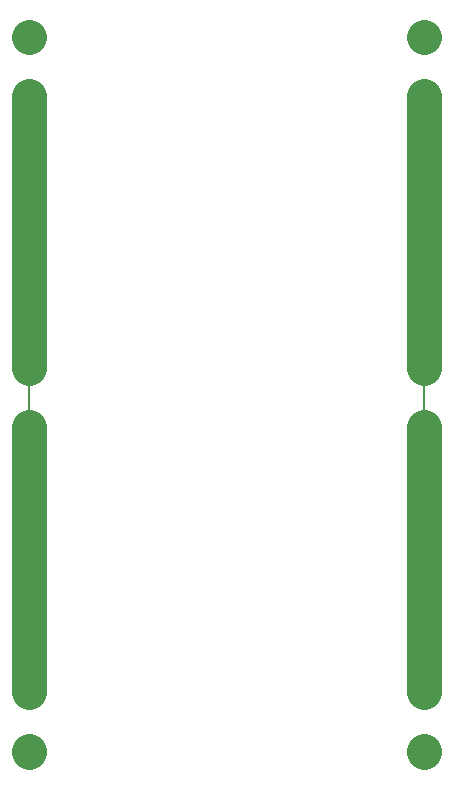
<source format=gbr>
G04 #@! TF.GenerationSoftware,KiCad,Pcbnew,5.1.6-c6e7f7d~87~ubuntu20.04.1*
G04 #@! TF.CreationDate,2020-11-03T14:00:41+02:00*
G04 #@! TF.ProjectId,temp_monitor,74656d70-5f6d-46f6-9e69-746f722e6b69,rev?*
G04 #@! TF.SameCoordinates,Original*
G04 #@! TF.FileFunction,Other,ECO1*
%FSLAX46Y46*%
G04 Gerber Fmt 4.6, Leading zero omitted, Abs format (unit mm)*
G04 Created by KiCad (PCBNEW 5.1.6-c6e7f7d~87~ubuntu20.04.1) date 2020-11-03 14:00:41*
%MOMM*%
%LPD*%
G01*
G04 APERTURE LIST*
%ADD10C,3.000000*%
%ADD11C,0.150000*%
G04 APERTURE END LIST*
D10*
X55000000Y-60000000D02*
X55000000Y-37000000D01*
D11*
X55000000Y-65000000D02*
X55000000Y-60000000D01*
D10*
X55000000Y-87500000D02*
X55000000Y-65000000D01*
X88500000Y-65010000D02*
X88500000Y-87500000D01*
D11*
X88500000Y-60000000D02*
X88500000Y-65010000D01*
D10*
X88500000Y-37000000D02*
X88500000Y-60000000D01*
X88500000Y-65010000D02*
X88500000Y-65000000D01*
X88500000Y-59990000D02*
X88500000Y-60000000D01*
X88500000Y-37010000D02*
X88500000Y-37000000D01*
X88500000Y-31990000D02*
X88500000Y-32000000D01*
X88500000Y-92510000D02*
X88500000Y-92500000D01*
X88500000Y-87490000D02*
X88500000Y-87500000D01*
X55000000Y-87490000D02*
X55000000Y-87500000D01*
X55000000Y-92510000D02*
X55000000Y-92500000D01*
X55000000Y-59990000D02*
X55000000Y-60000000D01*
X55000000Y-65010000D02*
X55000000Y-65000000D01*
X55000000Y-31990000D02*
X55000000Y-32000000D01*
X55000000Y-37010000D02*
X55000000Y-37000000D01*
M02*

</source>
